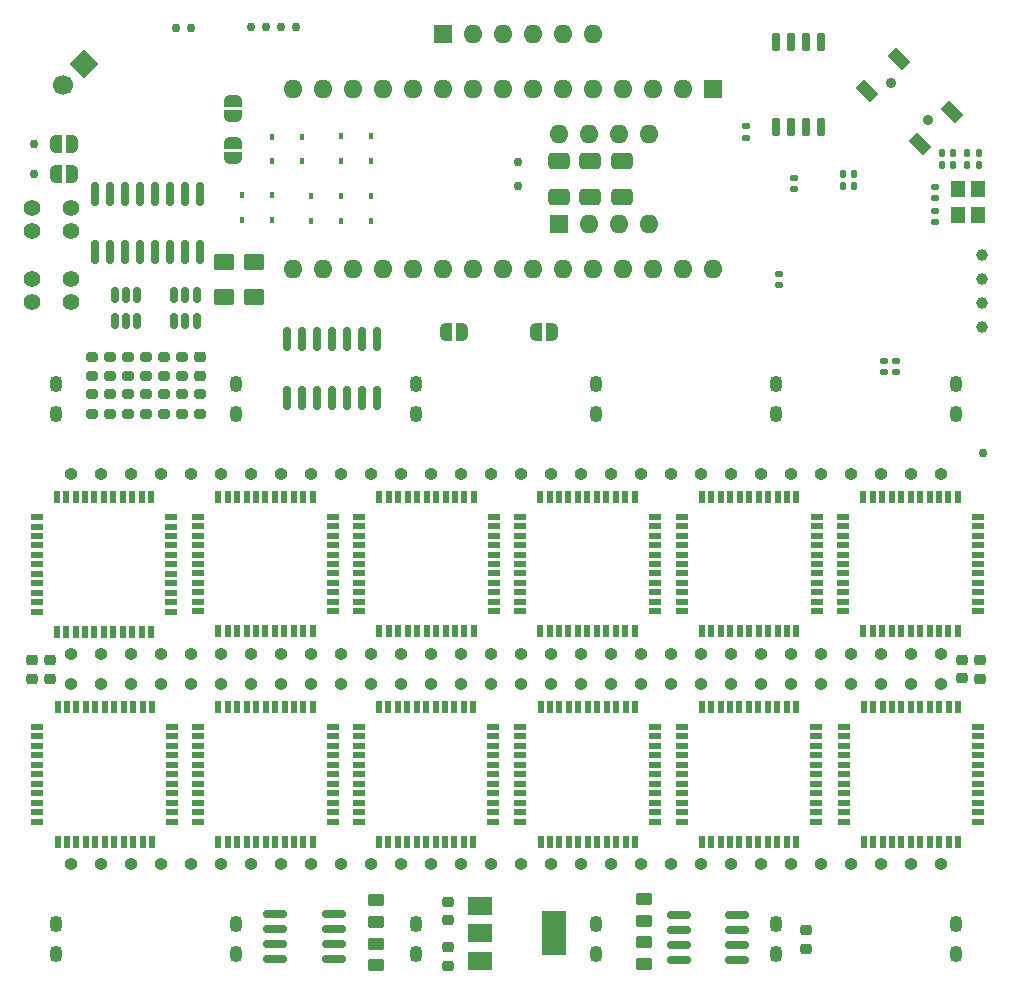
<source format=gbs>
G04 #@! TF.GenerationSoftware,KiCad,Pcbnew,(7.0.0-rc1-358-g86c12d35b4)*
G04 #@! TF.CreationDate,2023-05-11T11:50:55-07:00*
G04 #@! TF.ProjectId,Jumperless2,4a756d70-6572-46c6-9573-73322e6b6963,rev?*
G04 #@! TF.SameCoordinates,Original*
G04 #@! TF.FileFunction,Soldermask,Bot*
G04 #@! TF.FilePolarity,Negative*
%FSLAX46Y46*%
G04 Gerber Fmt 4.6, Leading zero omitted, Abs format (unit mm)*
G04 Created by KiCad (PCBNEW (7.0.0-rc1-358-g86c12d35b4)) date 2023-05-11 11:50:55*
%MOMM*%
%LPD*%
G01*
G04 APERTURE LIST*
G04 Aperture macros list*
%AMRoundRect*
0 Rectangle with rounded corners*
0 $1 Rounding radius*
0 $2 $3 $4 $5 $6 $7 $8 $9 X,Y pos of 4 corners*
0 Add a 4 corners polygon primitive as box body*
4,1,4,$2,$3,$4,$5,$6,$7,$8,$9,$2,$3,0*
0 Add four circle primitives for the rounded corners*
1,1,$1+$1,$2,$3*
1,1,$1+$1,$4,$5*
1,1,$1+$1,$6,$7*
1,1,$1+$1,$8,$9*
0 Add four rect primitives between the rounded corners*
20,1,$1+$1,$2,$3,$4,$5,0*
20,1,$1+$1,$4,$5,$6,$7,0*
20,1,$1+$1,$6,$7,$8,$9,0*
20,1,$1+$1,$8,$9,$2,$3,0*%
%AMHorizOval*
0 Thick line with rounded ends*
0 $1 width*
0 $2 $3 position (X,Y) of the first rounded end (center of the circle)*
0 $4 $5 position (X,Y) of the second rounded end (center of the circle)*
0 Add line between two ends*
20,1,$1,$2,$3,$4,$5,0*
0 Add two circle primitives to create the rounded ends*
1,1,$1,$2,$3*
1,1,$1,$4,$5*%
%AMRotRect*
0 Rectangle, with rotation*
0 The origin of the aperture is its center*
0 $1 length*
0 $2 width*
0 $3 Rotation angle, in degrees counterclockwise*
0 Add horizontal line*
21,1,$1,$2,0,0,$3*%
%AMFreePoly0*
4,1,19,0.500000,-0.750000,0.000000,-0.750000,0.000000,-0.744911,-0.071157,-0.744911,-0.207708,-0.704816,-0.327430,-0.627875,-0.420627,-0.520320,-0.479746,-0.390866,-0.500000,-0.250000,-0.500000,0.250000,-0.479746,0.390866,-0.420627,0.520320,-0.327430,0.627875,-0.207708,0.704816,-0.071157,0.744911,0.000000,0.744911,0.000000,0.750000,0.500000,0.750000,0.500000,-0.750000,0.500000,-0.750000,
$1*%
%AMFreePoly1*
4,1,19,0.000000,0.744911,0.071157,0.744911,0.207708,0.704816,0.327430,0.627875,0.420627,0.520320,0.479746,0.390866,0.500000,0.250000,0.500000,-0.250000,0.479746,-0.390866,0.420627,-0.520320,0.327430,-0.627875,0.207708,-0.704816,0.071157,-0.744911,0.000000,-0.744911,0.000000,-0.750000,-0.500000,-0.750000,-0.500000,0.750000,0.000000,0.750000,0.000000,0.744911,0.000000,0.744911,
$1*%
G04 Aperture macros list end*
%ADD10O,1.100000X1.400000*%
%ADD11O,1.100000X1.000000*%
%ADD12R,1.600000X1.600000*%
%ADD13O,1.600000X1.600000*%
%ADD14C,0.900000*%
%ADD15C,1.400000*%
%ADD16RotRect,1.700000X1.700000X315.000000*%
%ADD17HorizOval,1.700000X0.000000X0.000000X0.000000X0.000000X0*%
%ADD18R,1.500000X1.500000*%
%ADD19RoundRect,0.140000X-0.170000X0.140000X-0.170000X-0.140000X0.170000X-0.140000X0.170000X0.140000X0*%
%ADD20RoundRect,0.250000X-0.450000X0.262500X-0.450000X-0.262500X0.450000X-0.262500X0.450000X0.262500X0*%
%ADD21RoundRect,0.250001X0.624999X-0.462499X0.624999X0.462499X-0.624999X0.462499X-0.624999X-0.462499X0*%
%ADD22C,1.000000*%
%ADD23RoundRect,0.250000X0.650000X-0.412500X0.650000X0.412500X-0.650000X0.412500X-0.650000X-0.412500X0*%
%ADD24C,0.750000*%
%ADD25RoundRect,0.200000X0.275000X-0.200000X0.275000X0.200000X-0.275000X0.200000X-0.275000X-0.200000X0*%
%ADD26R,0.450000X0.600000*%
%ADD27R,1.000000X0.500000*%
%ADD28R,0.500000X1.000000*%
%ADD29RoundRect,0.140000X0.170000X-0.140000X0.170000X0.140000X-0.170000X0.140000X-0.170000X-0.140000X0*%
%ADD30RoundRect,0.150000X0.150000X-0.512500X0.150000X0.512500X-0.150000X0.512500X-0.150000X-0.512500X0*%
%ADD31RoundRect,0.140000X-0.140000X-0.170000X0.140000X-0.170000X0.140000X0.170000X-0.140000X0.170000X0*%
%ADD32RoundRect,0.200000X-0.275000X0.200000X-0.275000X-0.200000X0.275000X-0.200000X0.275000X0.200000X0*%
%ADD33FreePoly0,180.000000*%
%ADD34FreePoly1,180.000000*%
%ADD35RotRect,1.700000X1.000000X135.000000*%
%ADD36RoundRect,0.225000X-0.250000X0.225000X-0.250000X-0.225000X0.250000X-0.225000X0.250000X0.225000X0*%
%ADD37RoundRect,0.225000X0.250000X-0.225000X0.250000X0.225000X-0.250000X0.225000X-0.250000X-0.225000X0*%
%ADD38R,1.200000X1.400000*%
%ADD39RoundRect,0.150000X-0.150000X0.825000X-0.150000X-0.825000X0.150000X-0.825000X0.150000X0.825000X0*%
%ADD40RoundRect,0.140000X0.140000X0.170000X-0.140000X0.170000X-0.140000X-0.170000X0.140000X-0.170000X0*%
%ADD41RoundRect,0.150000X-0.150000X0.650000X-0.150000X-0.650000X0.150000X-0.650000X0.150000X0.650000X0*%
%ADD42RoundRect,0.135000X-0.135000X-0.185000X0.135000X-0.185000X0.135000X0.185000X-0.135000X0.185000X0*%
%ADD43FreePoly0,0.000000*%
%ADD44FreePoly1,0.000000*%
%ADD45RoundRect,0.150000X0.825000X0.150000X-0.825000X0.150000X-0.825000X-0.150000X0.825000X-0.150000X0*%
%ADD46R,2.000000X1.500000*%
%ADD47R,2.000000X3.800000*%
%ADD48FreePoly0,270.000000*%
%ADD49FreePoly1,270.000000*%
%ADD50RoundRect,0.250000X-0.650000X0.412500X-0.650000X-0.412500X0.650000X-0.412500X0.650000X0.412500X0*%
G04 APERTURE END LIST*
D10*
G04 #@! TO.C,J4*
X37769999Y-138417299D03*
X53009999Y-138417299D03*
X53009999Y-138417299D03*
X68249999Y-138417299D03*
X68249999Y-138417299D03*
X83489999Y-138417299D03*
X83489999Y-138417299D03*
X98729999Y-138417299D03*
X98729999Y-138417299D03*
X113969999Y-138417299D03*
D11*
X39039999Y-143497299D03*
X39039999Y-158737299D03*
X39039999Y-158737299D03*
X41579999Y-143497299D03*
X41579999Y-158737299D03*
X44119999Y-143497299D03*
X44119999Y-158737299D03*
X46659999Y-143497299D03*
X46659999Y-158737299D03*
X49199999Y-143497299D03*
X49199999Y-158737299D03*
X51739999Y-143497299D03*
X51739999Y-158737299D03*
X54279999Y-143497299D03*
X54279999Y-158737299D03*
X56819999Y-143497299D03*
X56819999Y-158737299D03*
X59359999Y-143497299D03*
X59359999Y-158737299D03*
X61899999Y-143497299D03*
X61899999Y-158737299D03*
X64439999Y-143497299D03*
X64439999Y-158737299D03*
X66979999Y-143497299D03*
X66979999Y-158737299D03*
X69519999Y-143497299D03*
X69519999Y-158737299D03*
X72059999Y-143497299D03*
X72059999Y-158737299D03*
X74599999Y-143497299D03*
X74599999Y-158737299D03*
X77139999Y-143497299D03*
X77139999Y-158737299D03*
X79679999Y-143497299D03*
X79679999Y-158737299D03*
X82219999Y-143497299D03*
X82219999Y-158737299D03*
X84759999Y-143497299D03*
X84759999Y-158737299D03*
X87299999Y-143497299D03*
X87299999Y-158737299D03*
X89839999Y-143497299D03*
X89839999Y-158737299D03*
X92379999Y-143497299D03*
X92379999Y-158737299D03*
X94919999Y-143497299D03*
X94919999Y-158737299D03*
X97459999Y-143497299D03*
X97459999Y-158737299D03*
X99999999Y-143497299D03*
X99999999Y-158737299D03*
X102539999Y-143497299D03*
X102539999Y-158737299D03*
X105079999Y-143497299D03*
X105079999Y-158737299D03*
X107619999Y-143497299D03*
X107619999Y-158737299D03*
X110159999Y-143497299D03*
X110159999Y-158737299D03*
X112699999Y-143497299D03*
X112699999Y-158737299D03*
D10*
X37769999Y-135877299D03*
X53009999Y-135877299D03*
X53009999Y-135877299D03*
X68249999Y-135877299D03*
X68249999Y-135877299D03*
X83489999Y-135877299D03*
X83489999Y-135877299D03*
X98729999Y-135877299D03*
X98729999Y-135877299D03*
X113969999Y-135877299D03*
X37769999Y-184149999D03*
X53009999Y-184137299D03*
X53009999Y-184137299D03*
X68249999Y-184137299D03*
X68249999Y-184137299D03*
X83489999Y-184137299D03*
X83489999Y-184137299D03*
X98729999Y-184137299D03*
X98729999Y-184137299D03*
X113969999Y-184137299D03*
D11*
X39039999Y-161277299D03*
X39039999Y-176517299D03*
X41579999Y-161277299D03*
X41579999Y-176517299D03*
X44119999Y-161277299D03*
X44119999Y-176517299D03*
X46659999Y-161277299D03*
X46659999Y-176517299D03*
X49199999Y-161277299D03*
X49199999Y-176517299D03*
X51739999Y-161277299D03*
X51739999Y-176517299D03*
X54279999Y-161277299D03*
X54279999Y-176517299D03*
X56819999Y-161277299D03*
X56819999Y-176517299D03*
X59359999Y-161277299D03*
X59359999Y-176517299D03*
X61899999Y-161277299D03*
X61899999Y-176517299D03*
X64439999Y-161277299D03*
X64439999Y-176517299D03*
X66979999Y-161277299D03*
X66979999Y-176517299D03*
X69519999Y-161277299D03*
X69519999Y-176517299D03*
X72059999Y-161277299D03*
X72059999Y-176517299D03*
X74599999Y-161277299D03*
X74599999Y-176517299D03*
X77139999Y-161277299D03*
X77139999Y-176517299D03*
X79679999Y-161277299D03*
X79679999Y-176517299D03*
X82219999Y-161277299D03*
X82219999Y-176517299D03*
X84759999Y-161277299D03*
X84759999Y-176517299D03*
X87299999Y-161277299D03*
X87299999Y-176517299D03*
X89839999Y-161277299D03*
X89839999Y-176517299D03*
X92379999Y-161277299D03*
X92379999Y-176517299D03*
X94919999Y-161277299D03*
X94919999Y-176517299D03*
X97459999Y-161277299D03*
X97459999Y-176517299D03*
X99999999Y-161277299D03*
X99999999Y-176517299D03*
X102539999Y-161277299D03*
X102539999Y-176517299D03*
X105079999Y-161277299D03*
X105079999Y-176517299D03*
X107619999Y-161277299D03*
X107619999Y-176517299D03*
X110159999Y-161277299D03*
X110159999Y-176517299D03*
X112699999Y-161277299D03*
X112699999Y-176517299D03*
D10*
X37769999Y-181609999D03*
X53009999Y-181597299D03*
X53009999Y-181597299D03*
X68249999Y-181609999D03*
X68249999Y-181609999D03*
X83489999Y-181597299D03*
X83489999Y-181597299D03*
X98729999Y-181597299D03*
X98729999Y-181597299D03*
X113969999Y-181597299D03*
G04 #@! TD*
D12*
G04 #@! TO.C,U1*
X80323999Y-122290999D03*
D13*
X82863999Y-122290999D03*
X85403999Y-122290999D03*
X87943999Y-122290999D03*
X87943999Y-114670999D03*
X85403999Y-114670999D03*
X82863999Y-114670999D03*
X80323999Y-114670999D03*
G04 #@! TD*
D14*
G04 #@! TO.C,J5*
X111557095Y-113499115D03*
X108445825Y-110387845D03*
G04 #@! TD*
D15*
G04 #@! TO.C,SW2*
X35738000Y-120936000D03*
X35738000Y-122936000D03*
X35738000Y-126936000D03*
X35738000Y-128936000D03*
X39038000Y-120936000D03*
X39038000Y-122936000D03*
X39038000Y-126936000D03*
X39038000Y-128936000D03*
G04 #@! TD*
D16*
G04 #@! TO.C,J2*
X40144761Y-108724838D03*
D17*
X38348710Y-110520889D03*
G04 #@! TD*
D18*
G04 #@! TO.C,J3*
X70535999Y-106197399D03*
D13*
X73075999Y-106197399D03*
X75615999Y-106197399D03*
X78155999Y-106197399D03*
X80695999Y-106197399D03*
X83235999Y-106197399D03*
G04 #@! TD*
D12*
G04 #@! TO.C,A1*
X93395999Y-110910999D03*
D13*
X90855999Y-110910999D03*
X88315999Y-110910999D03*
X85775999Y-110910999D03*
X83235999Y-110910999D03*
X80695999Y-110910999D03*
X78155999Y-110910999D03*
X75615999Y-110910999D03*
X73075999Y-110910999D03*
X70535999Y-110910999D03*
X67995999Y-110910999D03*
X65455999Y-110910999D03*
X62915999Y-110910999D03*
X60375999Y-110910999D03*
X57835999Y-110910999D03*
X57835999Y-126150999D03*
X60375999Y-126150999D03*
X62915999Y-126150999D03*
X65455999Y-126150999D03*
X67995999Y-126150999D03*
X70535999Y-126150999D03*
X73075999Y-126150999D03*
X75615999Y-126150999D03*
X78155999Y-126150999D03*
X80695999Y-126150999D03*
X83235999Y-126150999D03*
X85775999Y-126150999D03*
X88315999Y-126150999D03*
X90855999Y-126150999D03*
X93395999Y-126150999D03*
G04 #@! TD*
D19*
G04 #@! TO.C,C12*
X96190000Y-114046000D03*
X96190000Y-115006000D03*
G04 #@! TD*
G04 #@! TO.C,C17*
X100254000Y-118392000D03*
X100254000Y-119352000D03*
G04 #@! TD*
D20*
G04 #@! TO.C,R20*
X87554000Y-183110500D03*
X87554000Y-184935500D03*
G04 #@! TD*
D21*
G04 #@! TO.C,F1*
X51994000Y-128487500D03*
X51994000Y-125512500D03*
G04 #@! TD*
D22*
G04 #@! TO.C,TP1*
X116129000Y-124968000D03*
G04 #@! TD*
D23*
G04 #@! TO.C,C6*
X80315000Y-120053500D03*
X80315000Y-116928500D03*
G04 #@! TD*
D22*
G04 #@! TO.C,TP2*
X116129000Y-127000000D03*
G04 #@! TD*
D24*
G04 #@! TO.C,TP6*
X76886000Y-117094000D03*
G04 #@! TD*
D25*
G04 #@! TO.C,R16*
X48438000Y-135191000D03*
X48438000Y-133541000D03*
G04 #@! TD*
D26*
G04 #@! TO.C,D62*
X61899999Y-116990999D03*
X61899999Y-114890999D03*
G04 #@! TD*
G04 #@! TO.C,D66*
X56057999Y-121953999D03*
X56057999Y-119853999D03*
G04 #@! TD*
D27*
G04 #@! TO.C,F5*
X61185999Y-164894999D03*
X61185999Y-165694999D03*
X61185999Y-166494999D03*
X61185999Y-167294999D03*
X61185999Y-168094999D03*
X61185999Y-168894999D03*
X61185999Y-169694999D03*
X61185999Y-170494999D03*
X61185999Y-171294999D03*
X61185999Y-172094999D03*
X61185999Y-172894999D03*
D28*
X59485999Y-174594999D03*
X58685999Y-174594999D03*
X57885999Y-174594999D03*
X57085999Y-174594999D03*
X56285999Y-174594999D03*
X55485999Y-174594999D03*
X54685999Y-174594999D03*
X53885999Y-174594999D03*
X53085999Y-174594999D03*
X52285999Y-174594999D03*
X51485999Y-174594999D03*
D27*
X49785999Y-172894999D03*
X49785999Y-172094999D03*
X49785999Y-171294999D03*
X49785999Y-170494999D03*
X49785999Y-169694999D03*
X49785999Y-168894999D03*
X49785999Y-168094999D03*
X49785999Y-167294999D03*
X49785999Y-166494999D03*
X49785999Y-165694999D03*
X49785999Y-164894999D03*
D28*
X51485999Y-163194999D03*
X52285999Y-163194999D03*
X53085999Y-163194999D03*
X53885999Y-163194999D03*
X54685999Y-163194999D03*
X55485999Y-163194999D03*
X56285999Y-163194999D03*
X57085999Y-163194999D03*
X57885999Y-163194999D03*
X58685999Y-163194999D03*
X59485999Y-163194999D03*
G04 #@! TD*
D20*
G04 #@! TO.C,R4*
X87554000Y-179451000D03*
X87554000Y-181276000D03*
G04 #@! TD*
G04 #@! TO.C,R21*
X64850000Y-183237500D03*
X64850000Y-185062500D03*
G04 #@! TD*
D25*
G04 #@! TO.C,R13*
X46914000Y-138366000D03*
X46914000Y-136716000D03*
G04 #@! TD*
G04 #@! TO.C,R11*
X42342000Y-135191000D03*
X42342000Y-133541000D03*
G04 #@! TD*
D29*
G04 #@! TO.C,C10*
X112192000Y-120114000D03*
X112192000Y-119154000D03*
G04 #@! TD*
D30*
G04 #@! TO.C,U5*
X49642000Y-130556000D03*
X48692000Y-130556000D03*
X47742000Y-130556000D03*
X47742000Y-128281000D03*
X48692000Y-128281000D03*
X49642000Y-128281000D03*
G04 #@! TD*
D22*
G04 #@! TO.C,TP4*
X116129000Y-131064000D03*
G04 #@! TD*
D31*
G04 #@! TO.C,C14*
X112756000Y-116332000D03*
X113716000Y-116332000D03*
G04 #@! TD*
D27*
G04 #@! TO.C,I1*
X74823999Y-147091599D03*
X74823999Y-147891599D03*
X74823999Y-148691599D03*
X74823999Y-149491599D03*
X74823999Y-150291599D03*
X74823999Y-151091599D03*
X74823999Y-151891599D03*
X74823999Y-152691599D03*
X74823999Y-153491599D03*
X74823999Y-154291599D03*
X74823999Y-155091599D03*
D28*
X73123999Y-156791599D03*
X72323999Y-156791599D03*
X71523999Y-156791599D03*
X70723999Y-156791599D03*
X69923999Y-156791599D03*
X69123999Y-156791599D03*
X68323999Y-156791599D03*
X67523999Y-156791599D03*
X66723999Y-156791599D03*
X65923999Y-156791599D03*
X65123999Y-156791599D03*
D27*
X63423999Y-155091599D03*
X63423999Y-154291599D03*
X63423999Y-153491599D03*
X63423999Y-152691599D03*
X63423999Y-151891599D03*
X63423999Y-151091599D03*
X63423999Y-150291599D03*
X63423999Y-149491599D03*
X63423999Y-148691599D03*
X63423999Y-147891599D03*
X63423999Y-147091599D03*
D28*
X65123999Y-145391599D03*
X65923999Y-145391599D03*
X66723999Y-145391599D03*
X67523999Y-145391599D03*
X68323999Y-145391599D03*
X69123999Y-145391599D03*
X69923999Y-145391599D03*
X70723999Y-145391599D03*
X71523999Y-145391599D03*
X72323999Y-145391599D03*
X73123999Y-145391599D03*
G04 #@! TD*
D24*
G04 #@! TO.C,TP15*
X116256000Y-141732000D03*
G04 #@! TD*
D20*
G04 #@! TO.C,R1*
X64821000Y-179554500D03*
X64821000Y-181379500D03*
G04 #@! TD*
D32*
G04 #@! TO.C,R17*
X46914000Y-133541000D03*
X46914000Y-135191000D03*
G04 #@! TD*
D33*
G04 #@! TO.C,JP12*
X39055000Y-118110000D03*
D34*
X37755000Y-118110000D03*
G04 #@! TD*
D35*
G04 #@! TO.C,SW1*
X113578488Y-112821682D03*
X109123716Y-108366910D03*
X110891482Y-115508688D03*
X106436710Y-111053916D03*
G04 #@! TD*
D25*
G04 #@! TO.C,R7*
X43866000Y-135191000D03*
X43866000Y-133541000D03*
G04 #@! TD*
D27*
G04 #@! TO.C,D70*
X115795999Y-147089599D03*
X115795999Y-147889599D03*
X115795999Y-148689599D03*
X115795999Y-149489599D03*
X115795999Y-150289599D03*
X115795999Y-151089599D03*
X115795999Y-151889599D03*
X115795999Y-152689599D03*
X115795999Y-153489599D03*
X115795999Y-154289599D03*
X115795999Y-155089599D03*
D28*
X114095999Y-156789599D03*
X113295999Y-156789599D03*
X112495999Y-156789599D03*
X111695999Y-156789599D03*
X110895999Y-156789599D03*
X110095999Y-156789599D03*
X109295999Y-156789599D03*
X108495999Y-156789599D03*
X107695999Y-156789599D03*
X106895999Y-156789599D03*
X106095999Y-156789599D03*
D27*
X104395999Y-155089599D03*
X104395999Y-154289599D03*
X104395999Y-153489599D03*
X104395999Y-152689599D03*
X104395999Y-151889599D03*
X104395999Y-151089599D03*
X104395999Y-150289599D03*
X104395999Y-149489599D03*
X104395999Y-148689599D03*
X104395999Y-147889599D03*
X104395999Y-147089599D03*
D28*
X106095999Y-145389599D03*
X106895999Y-145389599D03*
X107695999Y-145389599D03*
X108495999Y-145389599D03*
X109295999Y-145389599D03*
X110095999Y-145389599D03*
X110895999Y-145389599D03*
X111695999Y-145389599D03*
X112495999Y-145389599D03*
X113295999Y-145389599D03*
X114095999Y-145389599D03*
G04 #@! TD*
D24*
G04 #@! TO.C,TP8*
X49200000Y-105672000D03*
G04 #@! TD*
G04 #@! TO.C,TP7*
X47930000Y-105672000D03*
G04 #@! TD*
D30*
G04 #@! TO.C,U3*
X44628000Y-130556000D03*
X43678000Y-130556000D03*
X42728000Y-130556000D03*
X42728000Y-128281000D03*
X43678000Y-128281000D03*
X44628000Y-128281000D03*
G04 #@! TD*
D36*
G04 #@! TO.C,C8*
X70917000Y-183555000D03*
X70917000Y-185105000D03*
G04 #@! TD*
D27*
G04 #@! TO.C,L1*
X88427999Y-147091599D03*
X88427999Y-147891599D03*
X88427999Y-148691599D03*
X88427999Y-149491599D03*
X88427999Y-150291599D03*
X88427999Y-151091599D03*
X88427999Y-151891599D03*
X88427999Y-152691599D03*
X88427999Y-153491599D03*
X88427999Y-154291599D03*
X88427999Y-155091599D03*
D28*
X86727999Y-156791599D03*
X85927999Y-156791599D03*
X85127999Y-156791599D03*
X84327999Y-156791599D03*
X83527999Y-156791599D03*
X82727999Y-156791599D03*
X81927999Y-156791599D03*
X81127999Y-156791599D03*
X80327999Y-156791599D03*
X79527999Y-156791599D03*
X78727999Y-156791599D03*
D27*
X77027999Y-155091599D03*
X77027999Y-154291599D03*
X77027999Y-153491599D03*
X77027999Y-152691599D03*
X77027999Y-151891599D03*
X77027999Y-151091599D03*
X77027999Y-150291599D03*
X77027999Y-149491599D03*
X77027999Y-148691599D03*
X77027999Y-147891599D03*
X77027999Y-147091599D03*
D28*
X78727999Y-145391599D03*
X79527999Y-145391599D03*
X80327999Y-145391599D03*
X81127999Y-145391599D03*
X81927999Y-145391599D03*
X82727999Y-145391599D03*
X83527999Y-145391599D03*
X84327999Y-145391599D03*
X85127999Y-145391599D03*
X85927999Y-145391599D03*
X86727999Y-145391599D03*
G04 #@! TD*
D19*
G04 #@! TO.C,C21*
X107874000Y-133886000D03*
X107874000Y-134846000D03*
G04 #@! TD*
D26*
G04 #@! TO.C,D68*
X64439999Y-119970999D03*
X64439999Y-122070999D03*
G04 #@! TD*
D37*
G04 #@! TO.C,C23*
X49962000Y-135141000D03*
X49962000Y-133591000D03*
G04 #@! TD*
D38*
G04 #@! TO.C,Y1*
X114096999Y-121538999D03*
X114096999Y-119338999D03*
X115796999Y-119338999D03*
X115796999Y-121538999D03*
G04 #@! TD*
D33*
G04 #@! TO.C,JP1*
X72075000Y-131445000D03*
D34*
X70775000Y-131445000D03*
G04 #@! TD*
D39*
G04 #@! TO.C,U7*
X57328000Y-132080000D03*
X58598000Y-132080000D03*
X59868000Y-132080000D03*
X61138000Y-132080000D03*
X62408000Y-132080000D03*
X63678000Y-132080000D03*
X64948000Y-132080000D03*
X64948000Y-137030000D03*
X63678000Y-137030000D03*
X62408000Y-137030000D03*
X61138000Y-137030000D03*
X59868000Y-137030000D03*
X58598000Y-137030000D03*
X57328000Y-137030000D03*
G04 #@! TD*
D26*
G04 #@! TO.C,D61*
X64439999Y-114890999D03*
X64439999Y-116990999D03*
G04 #@! TD*
D39*
G04 #@! TO.C,U10*
X41072000Y-119764000D03*
X42342000Y-119764000D03*
X43612000Y-119764000D03*
X44882000Y-119764000D03*
X46152000Y-119764000D03*
X47422000Y-119764000D03*
X48692000Y-119764000D03*
X49962000Y-119764000D03*
X49962000Y-124714000D03*
X48692000Y-124714000D03*
X47422000Y-124714000D03*
X46152000Y-124714000D03*
X44882000Y-124714000D03*
X43612000Y-124714000D03*
X42342000Y-124714000D03*
X41072000Y-124714000D03*
G04 #@! TD*
D40*
G04 #@! TO.C,C9*
X105306000Y-119126000D03*
X104346000Y-119126000D03*
G04 #@! TD*
D27*
G04 #@! TO.C,J6*
X74775999Y-164894999D03*
X74775999Y-165694999D03*
X74775999Y-166494999D03*
X74775999Y-167294999D03*
X74775999Y-168094999D03*
X74775999Y-168894999D03*
X74775999Y-169694999D03*
X74775999Y-170494999D03*
X74775999Y-171294999D03*
X74775999Y-172094999D03*
X74775999Y-172894999D03*
D28*
X73075999Y-174594999D03*
X72275999Y-174594999D03*
X71475999Y-174594999D03*
X70675999Y-174594999D03*
X69875999Y-174594999D03*
X69075999Y-174594999D03*
X68275999Y-174594999D03*
X67475999Y-174594999D03*
X66675999Y-174594999D03*
X65875999Y-174594999D03*
X65075999Y-174594999D03*
D27*
X63375999Y-172894999D03*
X63375999Y-172094999D03*
X63375999Y-171294999D03*
X63375999Y-170494999D03*
X63375999Y-169694999D03*
X63375999Y-168894999D03*
X63375999Y-168094999D03*
X63375999Y-167294999D03*
X63375999Y-166494999D03*
X63375999Y-165694999D03*
X63375999Y-164894999D03*
D28*
X65075999Y-163194999D03*
X65875999Y-163194999D03*
X66675999Y-163194999D03*
X67475999Y-163194999D03*
X68275999Y-163194999D03*
X69075999Y-163194999D03*
X69875999Y-163194999D03*
X70675999Y-163194999D03*
X71475999Y-163194999D03*
X72275999Y-163194999D03*
X73075999Y-163194999D03*
G04 #@! TD*
D25*
G04 #@! TO.C,R8*
X40818000Y-138366000D03*
X40818000Y-136716000D03*
G04 #@! TD*
G04 #@! TO.C,R15*
X48438000Y-138367000D03*
X48438000Y-136717000D03*
G04 #@! TD*
D24*
G04 #@! TO.C,TP10*
X56820000Y-105664000D03*
G04 #@! TD*
D27*
G04 #@! TO.C,A2*
X47496399Y-147119599D03*
X47496399Y-147919599D03*
X47496399Y-148719599D03*
X47496399Y-149519599D03*
X47496399Y-150319599D03*
X47496399Y-151119599D03*
X47496399Y-151919599D03*
X47496399Y-152719599D03*
X47496399Y-153519599D03*
X47496399Y-154319599D03*
X47496399Y-155119599D03*
D28*
X45796399Y-156819599D03*
X44996399Y-156819599D03*
X44196399Y-156819599D03*
X43396399Y-156819599D03*
X42596399Y-156819599D03*
X41796399Y-156819599D03*
X40996399Y-156819599D03*
X40196399Y-156819599D03*
X39396399Y-156819599D03*
X38596399Y-156819599D03*
X37796399Y-156819599D03*
D27*
X36096399Y-155119599D03*
X36096399Y-154319599D03*
X36096399Y-153519599D03*
X36096399Y-152719599D03*
X36096399Y-151919599D03*
X36096399Y-151119599D03*
X36096399Y-150319599D03*
X36096399Y-149519599D03*
X36096399Y-148719599D03*
X36096399Y-147919599D03*
X36096399Y-147119599D03*
D28*
X37796399Y-145419599D03*
X38596399Y-145419599D03*
X39396399Y-145419599D03*
X40196399Y-145419599D03*
X40996399Y-145419599D03*
X41796399Y-145419599D03*
X42596399Y-145419599D03*
X43396399Y-145419599D03*
X44196399Y-145419599D03*
X44996399Y-145419599D03*
X45796399Y-145419599D03*
G04 #@! TD*
D22*
G04 #@! TO.C,TP3*
X116129000Y-129032000D03*
G04 #@! TD*
D23*
G04 #@! TO.C,C4*
X82982000Y-120053500D03*
X82982000Y-116928500D03*
G04 #@! TD*
D41*
G04 #@! TO.C,U8*
X98730000Y-106890000D03*
X100000000Y-106890000D03*
X101270000Y-106890000D03*
X102540000Y-106890000D03*
X102540000Y-114090000D03*
X101270000Y-114090000D03*
X100000000Y-114090000D03*
X98730000Y-114090000D03*
G04 #@! TD*
D29*
G04 #@! TO.C,C19*
X98984000Y-127480000D03*
X98984000Y-126520000D03*
G04 #@! TD*
D27*
G04 #@! TO.C,G1*
X102105999Y-164894999D03*
X102105999Y-165694999D03*
X102105999Y-166494999D03*
X102105999Y-167294999D03*
X102105999Y-168094999D03*
X102105999Y-168894999D03*
X102105999Y-169694999D03*
X102105999Y-170494999D03*
X102105999Y-171294999D03*
X102105999Y-172094999D03*
X102105999Y-172894999D03*
D28*
X100405999Y-174594999D03*
X99605999Y-174594999D03*
X98805999Y-174594999D03*
X98005999Y-174594999D03*
X97205999Y-174594999D03*
X96405999Y-174594999D03*
X95605999Y-174594999D03*
X94805999Y-174594999D03*
X94005999Y-174594999D03*
X93205999Y-174594999D03*
X92405999Y-174594999D03*
D27*
X90705999Y-172894999D03*
X90705999Y-172094999D03*
X90705999Y-171294999D03*
X90705999Y-170494999D03*
X90705999Y-169694999D03*
X90705999Y-168894999D03*
X90705999Y-168094999D03*
X90705999Y-167294999D03*
X90705999Y-166494999D03*
X90705999Y-165694999D03*
X90705999Y-164894999D03*
D28*
X92405999Y-163194999D03*
X93205999Y-163194999D03*
X94005999Y-163194999D03*
X94805999Y-163194999D03*
X95605999Y-163194999D03*
X96405999Y-163194999D03*
X97205999Y-163194999D03*
X98005999Y-163194999D03*
X98805999Y-163194999D03*
X99605999Y-163194999D03*
X100405999Y-163194999D03*
G04 #@! TD*
D42*
G04 #@! TO.C,R12*
X114855000Y-116332000D03*
X115875000Y-116332000D03*
G04 #@! TD*
D25*
G04 #@! TO.C,R9*
X40818000Y-135191000D03*
X40818000Y-133541000D03*
G04 #@! TD*
D36*
G04 #@! TO.C,C16*
X114478000Y-159232000D03*
X114478000Y-160782000D03*
G04 #@! TD*
D24*
G04 #@! TO.C,TP12*
X54280000Y-105664000D03*
G04 #@! TD*
D27*
G04 #@! TO.C,B1*
X61173599Y-147091599D03*
X61173599Y-147891599D03*
X61173599Y-148691599D03*
X61173599Y-149491599D03*
X61173599Y-150291599D03*
X61173599Y-151091599D03*
X61173599Y-151891599D03*
X61173599Y-152691599D03*
X61173599Y-153491599D03*
X61173599Y-154291599D03*
X61173599Y-155091599D03*
D28*
X59473599Y-156791599D03*
X58673599Y-156791599D03*
X57873599Y-156791599D03*
X57073599Y-156791599D03*
X56273599Y-156791599D03*
X55473599Y-156791599D03*
X54673599Y-156791599D03*
X53873599Y-156791599D03*
X53073599Y-156791599D03*
X52273599Y-156791599D03*
X51473599Y-156791599D03*
D27*
X49773599Y-155091599D03*
X49773599Y-154291599D03*
X49773599Y-153491599D03*
X49773599Y-152691599D03*
X49773599Y-151891599D03*
X49773599Y-151091599D03*
X49773599Y-150291599D03*
X49773599Y-149491599D03*
X49773599Y-148691599D03*
X49773599Y-147891599D03*
X49773599Y-147091599D03*
D28*
X51473599Y-145391599D03*
X52273599Y-145391599D03*
X53073599Y-145391599D03*
X53873599Y-145391599D03*
X54673599Y-145391599D03*
X55473599Y-145391599D03*
X56273599Y-145391599D03*
X57073599Y-145391599D03*
X57873599Y-145391599D03*
X58673599Y-145391599D03*
X59473599Y-145391599D03*
G04 #@! TD*
D24*
G04 #@! TO.C,TP13*
X35880000Y-118110000D03*
G04 #@! TD*
D27*
G04 #@! TO.C,E1*
X47571999Y-164894999D03*
X47571999Y-165694999D03*
X47571999Y-166494999D03*
X47571999Y-167294999D03*
X47571999Y-168094999D03*
X47571999Y-168894999D03*
X47571999Y-169694999D03*
X47571999Y-170494999D03*
X47571999Y-171294999D03*
X47571999Y-172094999D03*
X47571999Y-172894999D03*
D28*
X45871999Y-174594999D03*
X45071999Y-174594999D03*
X44271999Y-174594999D03*
X43471999Y-174594999D03*
X42671999Y-174594999D03*
X41871999Y-174594999D03*
X41071999Y-174594999D03*
X40271999Y-174594999D03*
X39471999Y-174594999D03*
X38671999Y-174594999D03*
X37871999Y-174594999D03*
D27*
X36171999Y-172894999D03*
X36171999Y-172094999D03*
X36171999Y-171294999D03*
X36171999Y-170494999D03*
X36171999Y-169694999D03*
X36171999Y-168894999D03*
X36171999Y-168094999D03*
X36171999Y-167294999D03*
X36171999Y-166494999D03*
X36171999Y-165694999D03*
X36171999Y-164894999D03*
D28*
X37871999Y-163194999D03*
X38671999Y-163194999D03*
X39471999Y-163194999D03*
X40271999Y-163194999D03*
X41071999Y-163194999D03*
X41871999Y-163194999D03*
X42671999Y-163194999D03*
X43471999Y-163194999D03*
X44271999Y-163194999D03*
X45071999Y-163194999D03*
X45871999Y-163194999D03*
G04 #@! TD*
D24*
G04 #@! TO.C,TP14*
X35865000Y-115570000D03*
G04 #@! TD*
G04 #@! TO.C,TP5*
X76886000Y-119126000D03*
G04 #@! TD*
D26*
G04 #@! TO.C,D65*
X59359999Y-119970999D03*
X59359999Y-122070999D03*
G04 #@! TD*
D43*
G04 #@! TO.C,JP2*
X78395000Y-131445000D03*
D44*
X79695000Y-131445000D03*
G04 #@! TD*
D45*
G04 #@! TO.C,U6*
X95428000Y-180848000D03*
X95428000Y-182118000D03*
X95428000Y-183388000D03*
X95428000Y-184658000D03*
X90478000Y-184658000D03*
X90478000Y-183388000D03*
X90478000Y-182118000D03*
X90478000Y-180848000D03*
G04 #@! TD*
D27*
G04 #@! TO.C,H1*
X115819599Y-164894999D03*
X115819599Y-165694999D03*
X115819599Y-166494999D03*
X115819599Y-167294999D03*
X115819599Y-168094999D03*
X115819599Y-168894999D03*
X115819599Y-169694999D03*
X115819599Y-170494999D03*
X115819599Y-171294999D03*
X115819599Y-172094999D03*
X115819599Y-172894999D03*
D28*
X114119599Y-174594999D03*
X113319599Y-174594999D03*
X112519599Y-174594999D03*
X111719599Y-174594999D03*
X110919599Y-174594999D03*
X110119599Y-174594999D03*
X109319599Y-174594999D03*
X108519599Y-174594999D03*
X107719599Y-174594999D03*
X106919599Y-174594999D03*
X106119599Y-174594999D03*
D27*
X104419599Y-172894999D03*
X104419599Y-172094999D03*
X104419599Y-171294999D03*
X104419599Y-170494999D03*
X104419599Y-169694999D03*
X104419599Y-168894999D03*
X104419599Y-168094999D03*
X104419599Y-167294999D03*
X104419599Y-166494999D03*
X104419599Y-165694999D03*
X104419599Y-164894999D03*
D28*
X106119599Y-163194999D03*
X106919599Y-163194999D03*
X107719599Y-163194999D03*
X108519599Y-163194999D03*
X109319599Y-163194999D03*
X110119599Y-163194999D03*
X110919599Y-163194999D03*
X111719599Y-163194999D03*
X112519599Y-163194999D03*
X113319599Y-163194999D03*
X114119599Y-163194999D03*
G04 #@! TD*
D25*
G04 #@! TO.C,R14*
X45390000Y-138366000D03*
X45390000Y-136716000D03*
G04 #@! TD*
D29*
G04 #@! TO.C,C18*
X112192000Y-122146000D03*
X112192000Y-121186000D03*
G04 #@! TD*
D42*
G04 #@! TO.C,R5*
X114857000Y-117348000D03*
X115877000Y-117348000D03*
G04 #@! TD*
D19*
G04 #@! TO.C,C11*
X108890000Y-133886000D03*
X108890000Y-134846000D03*
G04 #@! TD*
D36*
G04 #@! TO.C,C7*
X70917000Y-179679000D03*
X70917000Y-181229000D03*
G04 #@! TD*
D25*
G04 #@! TO.C,R19*
X45390000Y-135191000D03*
X45390000Y-133541000D03*
G04 #@! TD*
D46*
G04 #@! TO.C,U2*
X73633999Y-184671999D03*
X73633999Y-182371999D03*
D47*
X79933999Y-182371999D03*
D46*
X73633999Y-180071999D03*
G04 #@! TD*
D26*
G04 #@! TO.C,D67*
X61899999Y-122069999D03*
X61899999Y-119969999D03*
G04 #@! TD*
D48*
G04 #@! TO.C,JP4*
X52756000Y-111872000D03*
D49*
X52756000Y-113172000D03*
G04 #@! TD*
D24*
G04 #@! TO.C,TP9*
X58090000Y-105664000D03*
G04 #@! TD*
D37*
G04 #@! TO.C,C22*
X101270000Y-183655000D03*
X101270000Y-182105000D03*
G04 #@! TD*
D24*
G04 #@! TO.C,TP11*
X55550000Y-105664000D03*
G04 #@! TD*
D26*
G04 #@! TO.C,D63*
X58597999Y-114900999D03*
X58597999Y-117000999D03*
G04 #@! TD*
D43*
G04 #@! TO.C,JP11*
X37755000Y-115570000D03*
D44*
X39055000Y-115570000D03*
G04 #@! TD*
D25*
G04 #@! TO.C,R10*
X42342000Y-138366000D03*
X42342000Y-136716000D03*
G04 #@! TD*
D37*
G04 #@! TO.C,C15*
X35738000Y-160795000D03*
X35738000Y-159245000D03*
G04 #@! TD*
D26*
G04 #@! TO.C,D69*
X53517999Y-119853999D03*
X53517999Y-121953999D03*
G04 #@! TD*
D25*
G04 #@! TO.C,R6*
X43866000Y-138366000D03*
X43866000Y-136716000D03*
G04 #@! TD*
D48*
G04 #@! TO.C,JP8*
X52756000Y-115428000D03*
D49*
X52756000Y-116728000D03*
G04 #@! TD*
D21*
G04 #@! TO.C,F4*
X54534000Y-128487500D03*
X54534000Y-125512500D03*
G04 #@! TD*
D27*
G04 #@! TO.C,C26*
X102128999Y-147089599D03*
X102128999Y-147889599D03*
X102128999Y-148689599D03*
X102128999Y-149489599D03*
X102128999Y-150289599D03*
X102128999Y-151089599D03*
X102128999Y-151889599D03*
X102128999Y-152689599D03*
X102128999Y-153489599D03*
X102128999Y-154289599D03*
X102128999Y-155089599D03*
D28*
X100428999Y-156789599D03*
X99628999Y-156789599D03*
X98828999Y-156789599D03*
X98028999Y-156789599D03*
X97228999Y-156789599D03*
X96428999Y-156789599D03*
X95628999Y-156789599D03*
X94828999Y-156789599D03*
X94028999Y-156789599D03*
X93228999Y-156789599D03*
X92428999Y-156789599D03*
D27*
X90728999Y-155089599D03*
X90728999Y-154289599D03*
X90728999Y-153489599D03*
X90728999Y-152689599D03*
X90728999Y-151889599D03*
X90728999Y-151089599D03*
X90728999Y-150289599D03*
X90728999Y-149489599D03*
X90728999Y-148689599D03*
X90728999Y-147889599D03*
X90728999Y-147089599D03*
D28*
X92428999Y-145389599D03*
X93228999Y-145389599D03*
X94028999Y-145389599D03*
X94828999Y-145389599D03*
X95628999Y-145389599D03*
X96428999Y-145389599D03*
X97228999Y-145389599D03*
X98028999Y-145389599D03*
X98828999Y-145389599D03*
X99628999Y-145389599D03*
X100428999Y-145389599D03*
G04 #@! TD*
D31*
G04 #@! TO.C,C13*
X112756000Y-117348000D03*
X113716000Y-117348000D03*
G04 #@! TD*
D36*
G04 #@! TO.C,C24*
X116002000Y-159245000D03*
X116002000Y-160795000D03*
G04 #@! TD*
D50*
G04 #@! TO.C,C1*
X85649000Y-116928500D03*
X85649000Y-120053500D03*
G04 #@! TD*
D26*
G04 #@! TO.C,D64*
X56057999Y-116999999D03*
X56057999Y-114899999D03*
G04 #@! TD*
D27*
G04 #@! TO.C,K1*
X88465999Y-164894999D03*
X88465999Y-165694999D03*
X88465999Y-166494999D03*
X88465999Y-167294999D03*
X88465999Y-168094999D03*
X88465999Y-168894999D03*
X88465999Y-169694999D03*
X88465999Y-170494999D03*
X88465999Y-171294999D03*
X88465999Y-172094999D03*
X88465999Y-172894999D03*
D28*
X86765999Y-174594999D03*
X85965999Y-174594999D03*
X85165999Y-174594999D03*
X84365999Y-174594999D03*
X83565999Y-174594999D03*
X82765999Y-174594999D03*
X81965999Y-174594999D03*
X81165999Y-174594999D03*
X80365999Y-174594999D03*
X79565999Y-174594999D03*
X78765999Y-174594999D03*
D27*
X77065999Y-172894999D03*
X77065999Y-172094999D03*
X77065999Y-171294999D03*
X77065999Y-170494999D03*
X77065999Y-169694999D03*
X77065999Y-168894999D03*
X77065999Y-168094999D03*
X77065999Y-167294999D03*
X77065999Y-166494999D03*
X77065999Y-165694999D03*
X77065999Y-164894999D03*
D28*
X78765999Y-163194999D03*
X79565999Y-163194999D03*
X80365999Y-163194999D03*
X81165999Y-163194999D03*
X81965999Y-163194999D03*
X82765999Y-163194999D03*
X83565999Y-163194999D03*
X84365999Y-163194999D03*
X85165999Y-163194999D03*
X85965999Y-163194999D03*
X86765999Y-163194999D03*
G04 #@! TD*
D40*
G04 #@! TO.C,C20*
X105306000Y-118110000D03*
X104346000Y-118110000D03*
G04 #@! TD*
D32*
G04 #@! TO.C,R18*
X49962000Y-136716000D03*
X49962000Y-138366000D03*
G04 #@! TD*
D37*
G04 #@! TO.C,C25*
X37262000Y-160795000D03*
X37262000Y-159245000D03*
G04 #@! TD*
D45*
G04 #@! TO.C,U4*
X61262000Y-180721000D03*
X61262000Y-181991000D03*
X61262000Y-183261000D03*
X61262000Y-184531000D03*
X56312000Y-184531000D03*
X56312000Y-183261000D03*
X56312000Y-181991000D03*
X56312000Y-180721000D03*
G04 #@! TD*
M02*

</source>
